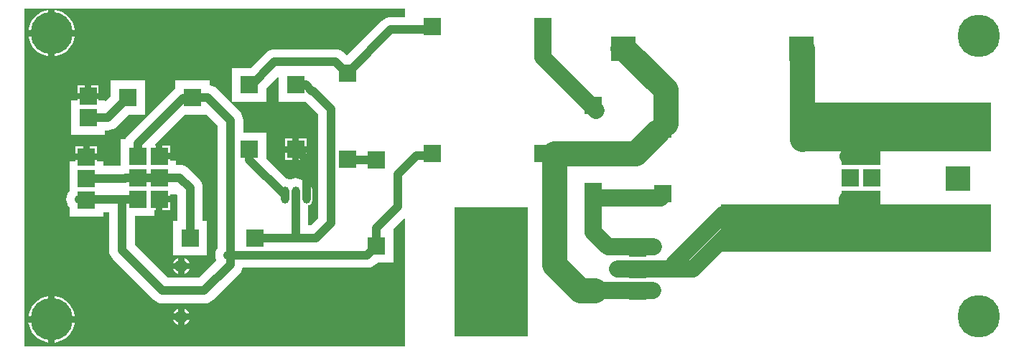
<source format=gbl>
%FSTAX25Y25*%
%MOIN*%
%SFA1B1*%

%IPPOS*%
%ADD10C,0.010000*%
%ADD23C,0.039370*%
%ADD25R,0.078740X0.078740*%
%ADD26R,0.078740X0.078740*%
%ADD27R,0.118110X0.118110*%
%ADD28O,0.039370X0.078740*%
%ADD29O,0.039370X0.078740*%
%ADD30C,0.196850*%
%ADD31C,0.060000*%
%ADD32C,0.078740*%
%ADD33C,0.118110*%
%ADD34R,0.338580X0.602360*%
%ADD35R,0.881890X0.230080*%
%ADD36R,1.255900X0.220080*%
%LNpcb1-1*%
%LPD*%
G36*
X0176772Y0153178D02*
X0170158D01*
X0169Y0153064*
X0167887Y0152726*
X0166861Y0152178*
X0165962Y015144*
X0149843Y0135321*
X0148684Y0136479*
X0147785Y0137217*
X0146759Y0137766*
X0145646Y0138103*
X0144488Y0138217*
X0116142*
Y0138218*
X0114984Y0138103*
X0113871Y0137766*
X0112845Y0137217*
X0111946Y0136479*
X0105033Y0129567*
X0096457*
Y0113819*
X0112205*
Y0119954*
X0117648Y0125398*
X011811Y0125206*
Y0113819*
X0130415*
X0130619Y011371*
X0136416Y0107912*
Y0059828*
X0132892Y0056304*
X0131784*
Y0065575*
X0132347Y0065809*
X0132967Y0066284*
X0133443Y0066904*
X0133742Y0067627*
X0133844Y0068401*
Y0072339*
X0133742Y0073114*
X0133443Y0073836*
X0132967Y0074456*
X0132347Y0074932*
X0131625Y0075231*
X0130953Y0075319*
X0130784Y0075635*
X0130046Y0076535*
X0129147Y0077273*
X0128121Y0077821*
X0127008Y0078159*
X012585Y0078273*
X0124693Y0078159*
X012358Y0077821*
X012335Y0077698*
X0123121Y0077821*
X0122008Y0078159*
X0121393Y0078219*
X0112205Y0087408*
Y0099567*
X0101603*
Y0105118*
X0101489Y0106276*
X0101152Y0107389*
X0100603Y0108415*
X0099865Y0109314*
X0089235Y0119944*
X0088336Y0120682*
X008731Y012123*
X0086197Y0121568*
X0085866Y0121601*
Y0123622*
X0070118*
Y0120105*
X0069352Y0119476*
X0048402Y0098527*
X0047664Y0097628*
X0047116Y0096601*
X0047048Y0096378*
X0044724*
Y0084123*
X0036614*
Y0086063*
X0033677*
Y0086713*
X002874*
X0023803*
Y0086063*
X0020866*
Y0076063*
Y0072311*
X0020447Y0071801*
X0019899Y0070775*
X0019561Y0069661*
X0019447Y0068504*
X0019561Y0067346*
X0019899Y0066233*
X0020447Y0065207*
X0020866Y0064697*
Y0060315*
X0036614*
Y006257*
X0039342*
Y0044882*
X0039456Y0043724*
X0039793Y0042611*
X0040342Y0041585*
X004108Y0040686*
X0059977Y0021788*
X0060876Y002105*
X0061902Y0020502*
X0063016Y0020164*
X0064173Y002005*
X0083465*
X0084622Y0020164*
X0085735Y0020502*
X0086761Y002105*
X0087661Y0021788*
X0099865Y0033993*
X0100603Y0034892*
X0101152Y0035918*
X0101366Y0036625*
X0159039*
X0160197Y0036739*
X016131Y0037077*
X0162336Y0037625*
X0163235Y0038363*
X0163868Y0038996*
X0171224*
Y0054565*
X017631Y005965*
X0176772Y0059459*
Y0*
X0*
Y0157059*
X0133465*
X0176772*
Y0153178*
G37*
G36*
X0089735Y010266D02*
Y0046077D01*
X0089554Y0045856*
X0089006Y004483*
X0088668Y0043717*
X0088554Y0042559*
X0088668Y0041401*
X0089006Y0040288*
X0089135Y0040047*
X0081007Y0031918*
X0066631*
X005121Y004734*
Y006063*
X0060472*
Y0063567*
X0061122*
Y0068504*
X0062598*
Y006998*
X0067535*
Y007063*
X0070472*
X0070916Y0070494*
Y0058244*
X0068976*
Y0042496*
X0084724*
Y0058244*
X0082784*
Y0073779*
X008267Y0074937*
X0082333Y007605*
X0081784Y0077076*
X0081046Y0077975*
X0076322Y00827*
X0075423Y0083438*
X0074397Y0083986*
X0073284Y0084324*
X0072126Y0084438*
X0070472*
Y0086378*
X0067535*
Y0087028*
X0062598*
Y0088504*
X0061122*
Y0093441*
X0060782*
X0060601Y0093941*
X0074534Y0107874*
X0084521*
X0089735Y010266*
G37*
%LNpcb1-2*%
%LPC*%
G36*
X0014075Y0156429D02*
Y0147146D01*
X0023358*
X002334Y0147371*
X0022942Y014903*
X0022289Y0150607*
X0021397Y0152062*
X0020289Y015336*
X0018991Y0154468*
X0017536Y015536*
X0015959Y0156013*
X00143Y0156411*
X0014075Y0156429*
G37*
G36*
X0011122D02*
X0010897Y0156411D01*
X0009238Y0156013*
X0007661Y015536*
X0006206Y0154468*
X0004908Y015336*
X0003799Y0152062*
X0002908Y0150607*
X0002255Y014903*
X0001856Y0147371*
X0001839Y0147146*
X0011122*
Y0156429*
G37*
G36*
X0023358Y0144193D02*
X0014075D01*
Y0134909*
X00143Y0134927*
X0015959Y0135326*
X0017536Y0135979*
X0018991Y013687*
X0020289Y0137979*
X0021397Y0139277*
X0022289Y0140732*
X0022942Y0142308*
X002334Y0143968*
X0023358Y0144193*
G37*
G36*
X0011122D02*
X0001839D01*
X0001856Y0143968*
X0002255Y0142308*
X0002908Y0140732*
X0003799Y0139277*
X0004908Y0137979*
X0006206Y013687*
X0007661Y0135979*
X0009238Y0135326*
X0010897Y0134927*
X0011122Y0134909*
Y0144193*
G37*
G36*
X0034465Y0121354D02*
X0031004D01*
Y0117894*
X0034465*
Y0121354*
G37*
G36*
X0028051D02*
X0024591D01*
Y0117894*
X0028051*
Y0121354*
G37*
G36*
X0055866Y0123622D02*
X0040118D01*
Y0116266*
X0037863Y0114012*
X0037402Y0114203*
Y0114291*
X0034465*
Y0114941*
X0024591*
Y0114291*
X0021654*
Y0098543*
X0037402*
Y0100483*
X0038661*
X0039819Y0100597*
X0040932Y0100935*
X0041958Y0101483*
X0042857Y0102221*
X004851Y0107874*
X0055866*
Y0123622*
G37*
G36*
X0130921Y009663D02*
X0127461D01*
Y0093169*
X0130921*
Y009663*
G37*
G36*
X0124508D02*
X0121047D01*
Y0093169*
X0124508*
Y009663*
G37*
G36*
X0033677Y0093126D02*
X0030217D01*
Y0089665*
X0033677*
Y0093126*
G37*
G36*
X0027264D02*
X0023803D01*
Y0089665*
X0027264*
Y0093126*
G37*
G36*
X0130921Y0090216D02*
X0127461D01*
Y0086756*
X0130921*
Y0090216*
G37*
G36*
X0124508D02*
X0121047D01*
Y0086756*
X0124508*
Y0090216*
G37*
G36*
X0074311Y0017498D02*
Y0015256D01*
X0076553*
X0076329Y0015797*
X0075687Y0016632*
X0074852Y0017274*
X0074311Y0017498*
G37*
G36*
X0071358D02*
X0070817Y0017274D01*
X0069982Y0016632*
X0069341Y0015797*
X0069117Y0015256*
X0071358*
Y0017498*
G37*
G36*
X0014075Y0023358D02*
Y0014075D01*
X0023358*
X002334Y00143*
X0022942Y0015959*
X0022289Y0017536*
X0021397Y0018991*
X0020289Y0020289*
X0018991Y0021397*
X0017536Y0022289*
X0015959Y0022942*
X00143Y0023341*
X0014075Y0023358*
G37*
G36*
X0011122D02*
X0010897Y0023341D01*
X0009238Y0022942*
X0007661Y0022289*
X0006206Y0021397*
X0004908Y0020289*
X0003799Y0018991*
X0002908Y0017536*
X0002255Y0015959*
X0001856Y00143*
X0001839Y0014075*
X0011122*
Y0023358*
G37*
G36*
X0076553Y0012303D02*
X0074311D01*
Y0010062*
X0074852Y0010285*
X0075687Y0010927*
X0076329Y0011762*
X0076553Y0012303*
G37*
G36*
X0071358D02*
X0069117D01*
X0069341Y0011762*
X0069982Y0010927*
X0070817Y0010285*
X0071358Y0010062*
Y0012303*
G37*
G36*
X0023358Y0011122D02*
X0014075D01*
Y0001839*
X00143Y0001856*
X0015959Y0002255*
X0017536Y0002908*
X0018991Y0003799*
X0020289Y0004908*
X0021397Y0006206*
X0022289Y0007661*
X0022942Y0009238*
X002334Y0010897*
X0023358Y0011122*
G37*
G36*
X0011122D02*
X0001839D01*
X0001856Y0010897*
X0002255Y0009238*
X0002908Y0007661*
X0003799Y0006206*
X0004908Y0004908*
X0006206Y0003799*
X0007661Y0002908*
X0009238Y0002255*
X0010897Y0001856*
X0011122Y0001839*
Y0011122*
G37*
G36*
X0067535Y0093441D02*
X0064075D01*
Y008998*
X0067535*
Y0093441*
G37*
G36*
Y0067027D02*
X0064075D01*
Y0063567*
X0067535*
Y0067027*
G37*
G36*
X0074311Y004112D02*
Y0038878D01*
X0076553*
X0076329Y0039419*
X0075687Y0040254*
X0074852Y0040896*
X0074311Y004112*
G37*
G36*
X0071358D02*
X0070817Y0040896D01*
X0069982Y0040254*
X0069341Y0039419*
X0069117Y0038878*
X0071358*
Y004112*
G37*
G36*
X0076553Y0035925D02*
X0074311D01*
Y0033683*
X0074852Y0033908*
X0075687Y0034549*
X0076329Y0035384*
X0076553Y0035925*
G37*
G36*
X0071358D02*
X0069117D01*
X0069341Y0035384*
X0069982Y0034549*
X0070817Y0033908*
X0071358Y0033683*
Y0035925*
G37*
%LNpcb1-3*%
%LPD*%
G54D10*
X0264173Y0069059D02*
X0266126D01*
G54D23*
X0095669Y0042559D02*
Y0105118D01*
Y0038189D02*
Y0042559D01*
X0159039*
X0094488D02*
X0095669D01*
X0025381Y0068504D02*
X0029055D01*
X0104331Y0120473D02*
X0116142Y0132283D01*
X014235Y005737D02*
Y011037D01*
X013535Y005037D02*
X014235Y005737D01*
X013385Y011887D02*
X014235Y011037D01*
X0159039Y0042559D02*
X016335Y004687D01*
X0038661Y0106417D02*
X0047992Y0115748D01*
X0029528Y0106417D02*
X0038661D01*
X016335Y004687D02*
Y0055083D01*
X0173228Y0064961*
Y0079921*
X0181889Y0088583*
X0187795*
X0104331Y008689D02*
X012085Y007037D01*
X0104331Y008689D02*
Y009037D01*
X0125984Y0121693D02*
X0130669D01*
X0133492Y011887*
X013385*
X010685Y005037D02*
X013535D01*
X012585Y005087D02*
Y007037D01*
X0327626Y0053559D02*
Y0054559D01*
X0276Y0138559D02*
X0276126Y0138433D01*
X015Y0127087D02*
X0170158Y0147244D01*
X0187795*
X0144488Y0132283D02*
X0149803Y0126969D01*
X0116142Y0132283D02*
X0144488D01*
X015Y008687D02*
Y0087087D01*
X0125984Y0091693D02*
X013085Y0086827D01*
Y007037D02*
Y0086827D01*
X007685Y005037D02*
Y0073779D01*
X0072126Y0078504D02*
X007685Y0073779D01*
X0062598Y0078504D02*
X0072126D01*
X002874Y0078189D02*
X0046656D01*
X0046971Y0078504*
X0052598*
X0062598*
X002874Y0068189D02*
X0029055Y0068504D01*
X015Y008687D02*
X016335D01*
X0052598Y0088504D02*
Y0094331D01*
X0073548Y011528*
X0045276Y0044882D02*
Y0068504D01*
Y0044882D02*
X0064173Y0025984D01*
X0029055Y0068504D02*
X0045276D01*
X0052598*
X0073548Y011528D02*
X0077338D01*
X0064173Y0025984D02*
X0083465D01*
X0095669Y0038189*
X0077992Y0115748D02*
X0085039D01*
X0095669Y0105118*
G54D25*
X018937Y0148819D03*
X0240551D03*
Y0089764D03*
X018937D03*
X010685Y005037D03*
X007685D03*
X0077992Y0115748D03*
X0047992D03*
X0029528Y0116417D03*
Y0106417D03*
G54D26*
X0264173Y0072126D03*
Y0112126D03*
X002874Y0068189D03*
Y0078189D03*
Y0088189D03*
X0125984Y0091693D03*
Y0121693D03*
X0104331Y0091693D03*
Y0121693D03*
X0052598Y0088504D03*
X0062598D03*
X0052598Y0078504D03*
X0062598D03*
X0052598Y0068504D03*
X0062598D03*
X0284646Y0045827D03*
Y0035827D03*
Y0025827D03*
X0296457Y007122D03*
Y0101221D03*
X015Y0127087D03*
Y0087087D03*
X016335Y004687D03*
Y008687D03*
X0393421Y0048559D03*
X0383421D03*
X0393421Y0058559D03*
X0383421D03*
X0393421Y0068559D03*
X0383421D03*
X0393421Y0078559D03*
X0383421D03*
X0393421Y0088559D03*
X0383421D03*
X0393421Y0098559D03*
X0383421D03*
X0393421Y0108559D03*
X0383421D03*
G54D27*
X0277969Y0138559D03*
X0360646D03*
X0433464Y0077953D03*
Y0098819D03*
Y0055118D03*
G54D28*
X013085Y007037D03*
X012085D03*
G54D29*
X012585Y007037D03*
G54D30*
X0219291Y0035827D03*
X0442913Y0014173D03*
Y0144488D03*
X0012598Y0012598D03*
Y0145669D03*
G54D31*
X0072835Y0037402D03*
Y001378D03*
G54D32*
X0240551Y0134567D02*
X0265354Y0109764D01*
X0240551Y0134567D02*
Y0144882D01*
X0276126Y0138433D02*
X0278496D01*
X0293701Y0099646D02*
X0297638Y0103583D01*
X0264567Y0026221D02*
X0291732D01*
X0275197Y003622D02*
X0310287D01*
X0391846Y0048559D02*
Y0068559D01*
X0381846Y0058559D02*
Y0068559D01*
X0301575Y0038583D02*
X032441Y0061417D01*
X038224Y0068559D02*
X0391846D01*
X0381846D02*
X038224D01*
Y0048559D02*
X0391846D01*
X0381846D02*
X038224D01*
X0377846Y0054559D02*
X0381846Y0058559D01*
X0363846Y0054559D02*
X0377846D01*
X0310287Y003622D02*
X0327626Y0053559D01*
X038224Y0108559D02*
X039224D01*
Y0098559D02*
Y0108559D01*
Y0088559D02*
Y0098559D01*
X038224D02*
X039224D01*
X038224Y0088559D02*
X039224D01*
X0264173Y005315D02*
X0270866Y0046457D01*
X0264173Y0069059D02*
Y0069764D01*
Y005315D02*
Y0069059D01*
X0270866Y0046457D02*
X0292126D01*
X0266126Y0069059D02*
X0295276D01*
G54D33*
X0246063Y0038189D02*
Y0089764D01*
X0283819*
X0246063Y0038189D02*
X0258032Y0026221D01*
X0264567*
X0283819Y0089764D02*
X0293701Y0099646D01*
X0361039Y0096457D02*
Y0138559D01*
X0278496Y0138433D02*
X0297638Y0119291D01*
Y0103583D02*
Y0119291D01*
G54D34*
X0216535Y0034843D03*
G54D35*
X0404724Y0102055D03*
G54D36*
X0386024Y0055138D03*
M02*
</source>
